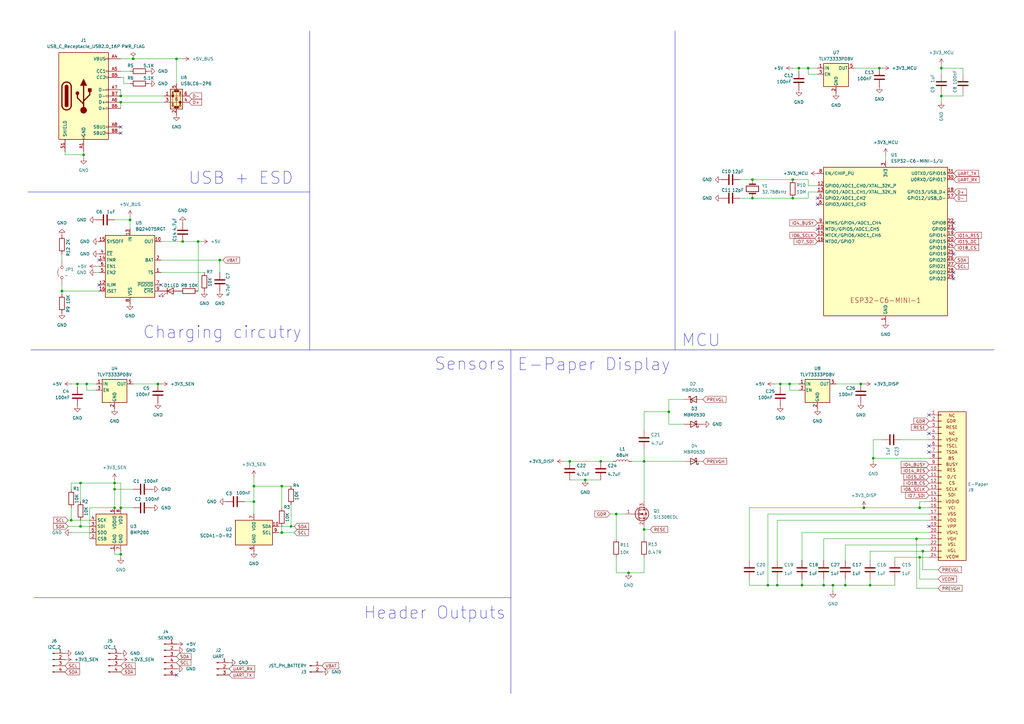
<source format=kicad_sch>
(kicad_sch (version 20231120) (generator "eeschema") (generator_version "8.0")
  (paper "A3")
  (title_block (title "Air Quality Station") (rev "v1.0"))
  (junction (at 46.99 208.28))
  (junction (at 25.4 119.38))
  (junction (at 354.33 208.28))
  (junction (at 331.47 27.94))
  (junction (at 246.38 189.23))
  (junction (at 375.92 220.98))
  (junction (at 72.39 24.13))
  (junction (at 49.53 208.28))
  (junction (at 233.68 189.23))
  (junction (at 377.19 208.28))
  (junction (at 386.08 39.37))
  (junction (at 33.02 198.12))
  (junction (at 325.12 73.66))
  (junction (at 328.93 240.03))
  (junction (at 353.06 157.48))
  (junction (at 31.75 157.48))
  (junction (at 104.14 205.74))
  (junction (at 46.99 198.12))
  (junction (at 252.73 210.82))
  (junction (at 274.32 168.91))
  (junction (at 314.96 240.03))
  (junction (at 323.85 157.48))
  (junction (at 320.04 157.48))
  (junction (at 46.99 200.66))
  (junction (at 264.16 217.17))
  (junction (at 81.28 99.06))
  (junction (at 264.16 189.23))
  (junction (at 346.71 240.03))
  (junction (at 49.53 39.37))
  (junction (at 119.38 215.9))
  (junction (at 325.12 81.28))
  (junction (at 308.61 73.66))
  (junction (at 356.87 240.03))
  (junction (at 386.08 27.94))
  (junction (at 90.17 106.68))
  (junction (at 34.29 63.5))
  (junction (at 74.93 99.06))
  (junction (at 53.34 90.17))
  (junction (at 378.46 226.06))
  (junction (at 115.57 199.39))
  (junction (at 115.57 218.44))
  (junction (at 308.61 81.28))
  (junction (at 337.82 240.03))
  (junction (at 240.03 196.85))
  (junction (at 35.56 157.48))
  (junction (at 29.21 213.36))
  (junction (at 49.53 227.33))
  (junction (at 104.14 199.39))
  (junction (at 327.66 27.94))
  (junction (at 49.53 41.91))
  (junction (at 318.77 240.03))
  (junction (at 341.63 240.03))
  (junction (at 33.02 215.9))
  (junction (at 377.19 228.6))
  (junction (at 257.81 234.95))
  (junction (at 54.61 24.13))
  (junction (at 64.77 157.48))
  (junction (at 358.14 187.96))
  (junction (at 360.68 27.94))
  (no_connect (at 391.16 104.14))
  (no_connect (at 66.04 116.84))
  (no_connect (at 391.16 93.98))
  (no_connect (at 381 177.8))
  (no_connect (at 381 182.88))
  (no_connect (at 72.39 276.86))
  (no_connect (at 49.53 52.07))
  (no_connect (at 40.64 116.84))
  (no_connect (at 381 185.42))
  (no_connect (at 335.28 81.28))
  (no_connect (at 391.16 114.3))
  (no_connect (at 335.28 93.98))
  (no_connect (at 391.16 111.76))
  (no_connect (at 40.64 106.68))
  (no_connect (at 335.28 83.82))
  (no_connect (at 391.16 91.44))
  (no_connect (at 381 215.9))
  (no_connect (at 381 170.18))
  (no_connect (at 49.53 54.61))
  (wire (pts (xy 74.93 99.06) (xy 81.28 99.06)))
  (polyline (pts (xy 276.86 12.7) (xy 276.86 143.51)))
  (wire (pts (xy 26.67 62.23) (xy 26.67 63.5)))
  (wire (pts (xy 49.53 198.12) (xy 49.53 208.28)))
  (wire (pts (xy 233.68 196.85) (xy 240.03 196.85)))
  (wire (pts (xy 119.38 207.01) (xy 119.38 215.9)))
  (wire (pts (xy 350.52 27.94) (xy 360.68 27.94)))
  (wire (pts (xy 335.28 30.48) (xy 331.47 30.48)))
  (wire (pts (xy 46.99 198.12) (xy 49.53 198.12)))
  (wire (pts (xy 231.14 189.23) (xy 233.68 189.23)))
  (polyline (pts (xy 11.43 78.74) (xy 127 78.74)))
  (wire (pts (xy 356.87 226.06) (xy 356.87 229.87)))
  (wire (pts (xy 384.81 241.3) (xy 375.92 241.3)))
  (wire (pts (xy 264.16 168.91) (xy 274.32 168.91)))
  (wire (pts (xy 25.4 119.38) (xy 40.64 119.38)))
  (wire (pts (xy 46.99 200.66) (xy 46.99 208.28)))
  (wire (pts (xy 328.93 237.49) (xy 328.93 240.03)))
  (wire (pts (xy 54.61 24.13) (xy 72.39 24.13)))
  (wire (pts (xy 280.67 189.23) (xy 264.16 189.23)))
  (wire (pts (xy 327.66 160.02) (xy 323.85 160.02)))
  (wire (pts (xy 317.5 157.48) (xy 320.04 157.48)))
  (polyline (pts (xy 127 12.7) (xy 127 78.74)))
  (wire (pts (xy 29.21 198.12) (xy 33.02 198.12)))
  (wire (pts (xy 90.17 106.68) (xy 91.44 106.68)))
  (wire (pts (xy 323.85 160.02) (xy 323.85 157.48)))
  (wire (pts (xy 274.32 163.83) (xy 274.32 168.91)))
  (wire (pts (xy 66.04 99.06) (xy 74.93 99.06)))
  (wire (pts (xy 115.57 199.39) (xy 115.57 208.28)))
  (wire (pts (xy 90.17 111.76) (xy 90.17 106.68)))
  (wire (pts (xy 337.82 220.98) (xy 375.92 220.98)))
  (wire (pts (xy 327.66 29.21) (xy 327.66 27.94)))
  (wire (pts (xy 264.16 217.17) (xy 264.16 220.98)))
  (wire (pts (xy 328.93 218.44) (xy 328.93 229.87)))
  (wire (pts (xy 46.99 90.17) (xy 53.34 90.17)))
  (wire (pts (xy 377.19 228.6) (xy 381 228.6)))
  (wire (pts (xy 381 187.96) (xy 358.14 187.96)))
  (wire (pts (xy 386.08 26.67) (xy 386.08 27.94)))
  (wire (pts (xy 337.82 237.49) (xy 337.82 240.03)))
  (wire (pts (xy 250.19 210.82) (xy 252.73 210.82)))
  (wire (pts (xy 381 205.74) (xy 377.19 205.74)))
  (wire (pts (xy 29.21 208.28) (xy 29.21 213.36)))
  (wire (pts (xy 246.38 189.23) (xy 251.46 189.23)))
  (wire (pts (xy 314.96 240.03) (xy 318.77 240.03)))
  (wire (pts (xy 280.67 163.83) (xy 274.32 163.83)))
  (wire (pts (xy 104.14 199.39) (xy 115.57 199.39)))
  (wire (pts (xy 378.46 226.06) (xy 356.87 226.06)))
  (wire (pts (xy 318.77 240.03) (xy 328.93 240.03)))
  (wire (pts (xy 331.47 73.66) (xy 331.47 76.2)))
  (wire (pts (xy 331.47 27.94) (xy 335.28 27.94)))
  (wire (pts (xy 346.71 223.52) (xy 346.71 229.87)))
  (wire (pts (xy 53.34 88.9) (xy 53.34 90.17)))
  (wire (pts (xy 314.96 210.82) (xy 314.96 240.03)))
  (wire (pts (xy 33.02 198.12) (xy 46.99 198.12)))
  (polyline (pts (xy 12.7 143.51) (xy 209.55 143.51)))
  (wire (pts (xy 307.34 240.03) (xy 314.96 240.03)))
  (wire (pts (xy 53.34 90.17) (xy 53.34 93.98)))
  (wire (pts (xy 381 208.28) (xy 377.19 208.28)))
  (wire (pts (xy 325.12 27.94) (xy 327.66 27.94)))
  (wire (pts (xy 252.73 228.6) (xy 252.73 234.95)))
  (wire (pts (xy 46.99 227.33) (xy 49.53 227.33)))
  (wire (pts (xy 386.08 41.91) (xy 386.08 39.37)))
  (wire (pts (xy 259.08 189.23) (xy 264.16 189.23)))
  (wire (pts (xy 386.08 27.94) (xy 386.08 30.48)))
  (wire (pts (xy 331.47 78.74) (xy 335.28 78.74)))
  (wire (pts (xy 104.14 205.74) (xy 104.14 210.82)))
  (polyline (pts (xy 13.97 245.11) (xy 209.55 245.11)))
  (wire (pts (xy 394.97 39.37) (xy 394.97 38.1)))
  (wire (pts (xy 46.99 226.06) (xy 46.99 227.33)))
  (wire (pts (xy 378.46 233.68) (xy 378.46 226.06)))
  (wire (pts (xy 39.37 111.76) (xy 40.64 111.76)))
  (wire (pts (xy 50.8 34.29) (xy 50.8 31.75)))
  (wire (pts (xy 72.39 24.13) (xy 74.93 24.13)))
  (wire (pts (xy 46.99 198.12) (xy 46.99 200.66)))
  (wire (pts (xy 252.73 210.82) (xy 256.54 210.82)))
  (wire (pts (xy 49.53 24.13) (xy 54.61 24.13)))
  (wire (pts (xy 252.73 210.82) (xy 252.73 220.98)))
  (wire (pts (xy 331.47 76.2) (xy 335.28 76.2)))
  (wire (pts (xy 46.99 196.85) (xy 46.99 198.12)))
  (wire (pts (xy 337.82 229.87) (xy 337.82 220.98)))
  (wire (pts (xy 274.32 173.99) (xy 280.67 173.99)))
  (wire (pts (xy 394.97 39.37) (xy 386.08 39.37)))
  (wire (pts (xy 39.37 109.22) (xy 40.64 109.22)))
  (wire (pts (xy 29.21 218.44) (xy 36.83 218.44)))
  (wire (pts (xy 49.53 208.28) (xy 54.61 208.28)))
  (wire (pts (xy 29.21 213.36) (xy 36.83 213.36)))
  (wire (pts (xy 66.04 111.76) (xy 83.82 111.76)))
  (wire (pts (xy 50.8 31.75) (xy 49.53 31.75)))
  (wire (pts (xy 49.53 227.33) (xy 49.53 226.06)))
  (wire (pts (xy 66.04 157.48) (xy 64.77 157.48)))
  (wire (pts (xy 25.4 104.14) (xy 25.4 106.68)))
  (wire (pts (xy 363.22 66.04) (xy 363.22 63.5)))
  (wire (pts (xy 54.61 157.48) (xy 64.77 157.48)))
  (wire (pts (xy 328.93 240.03) (xy 337.82 240.03)))
  (wire (pts (xy 314.96 210.82) (xy 381 210.82)))
  (wire (pts (xy 369.57 180.34) (xy 381 180.34)))
  (wire (pts (xy 264.16 189.23) (xy 264.16 205.74)))
  (wire (pts (xy 375.92 241.3) (xy 375.92 220.98)))
  (wire (pts (xy 358.14 180.34) (xy 358.14 187.96)))
  (wire (pts (xy 307.34 208.28) (xy 354.33 208.28)))
  (wire (pts (xy 257.81 234.95) (xy 264.16 234.95)))
  (wire (pts (xy 341.63 242.57) (xy 341.63 240.03)))
  (wire (pts (xy 394.97 30.48) (xy 394.97 27.94)))
  (wire (pts (xy 36.83 208.28) (xy 46.99 208.28)))
  (wire (pts (xy 25.4 116.84) (xy 25.4 119.38)))
  (wire (pts (xy 264.16 228.6) (xy 264.16 234.95)))
  (wire (pts (xy 354.33 157.48) (xy 353.06 157.48)))
  (wire (pts (xy 342.9 157.48) (xy 353.06 157.48)))
  (wire (pts (xy 81.28 119.38) (xy 81.28 99.06)))
  (wire (pts (xy 115.57 199.39) (xy 119.38 199.39)))
  (wire (pts (xy 264.16 176.53) (xy 264.16 168.91)))
  (polyline (pts (xy 127 78.74) (xy 127 143.51)))
  (wire (pts (xy 72.39 34.29) (xy 72.39 24.13)))
  (wire (pts (xy 115.57 215.9) (xy 115.57 218.44)))
  (wire (pts (xy 377.19 237.49) (xy 377.19 228.6)))
  (wire (pts (xy 233.68 189.23) (xy 246.38 189.23)))
  (polyline (pts (xy 407.67 143.51) (xy 209.55 143.51)))
  (wire (pts (xy 49.53 41.91) (xy 49.53 44.45)))
  (wire (pts (xy 264.16 189.23) (xy 264.16 184.15)))
  (wire (pts (xy 39.37 160.02) (xy 35.56 160.02)))
  (wire (pts (xy 323.85 157.48) (xy 327.66 157.48)))
  (wire (pts (xy 49.53 29.21) (xy 53.34 29.21)))
  (wire (pts (xy 318.77 213.36) (xy 381 213.36)))
  (wire (pts (xy 104.14 199.39) (xy 104.14 205.74)))
  (wire (pts (xy 29.21 157.48) (xy 31.75 157.48)))
  (wire (pts (xy 34.29 62.23) (xy 34.29 63.5)))
  (wire (pts (xy 381 223.52) (xy 346.71 223.52)))
  (polyline (pts (xy 209.55 143.51) (xy 209.55 284.48)))
  (wire (pts (xy 331.47 30.48) (xy 331.47 27.94)))
  (wire (pts (xy 54.61 200.66) (xy 46.99 200.66)))
  (wire (pts (xy 120.65 218.44) (xy 115.57 218.44)))
  (wire (pts (xy 114.3 215.9) (xy 119.38 215.9)))
  (wire (pts (xy 356.87 240.03) (xy 346.71 240.03)))
  (wire (pts (xy 318.77 213.36) (xy 318.77 229.87)))
  (wire (pts (xy 264.16 217.17) (xy 266.7 217.17)))
  (wire (pts (xy 27.94 215.9) (xy 33.02 215.9)))
  (wire (pts (xy 394.97 27.94) (xy 386.08 27.94)))
  (wire (pts (xy 264.16 215.9) (xy 264.16 217.17)))
  (wire (pts (xy 49.53 36.83) (xy 49.53 39.37)))
  (wire (pts (xy 375.92 220.98) (xy 381 220.98)))
  (wire (pts (xy 240.03 196.85) (xy 246.38 196.85)))
  (wire (pts (xy 120.65 215.9) (xy 119.38 215.9)))
  (wire (pts (xy 384.81 233.68) (xy 378.46 233.68)))
  (wire (pts (xy 27.94 213.36) (xy 29.21 213.36)))
  (wire (pts (xy 303.53 73.66) (xy 308.61 73.66)))
  (wire (pts (xy 367.03 228.6) (xy 377.19 228.6)))
  (wire (pts (xy 36.83 208.28) (xy 36.83 220.98)))
  (wire (pts (xy 386.08 38.1) (xy 386.08 39.37)))
  (wire (pts (xy 367.03 237.49) (xy 367.03 240.03)))
  (wire (pts (xy 327.66 27.94) (xy 331.47 27.94)))
  (wire (pts (xy 328.93 218.44) (xy 381 218.44)))
  (wire (pts (xy 358.14 187.96) (xy 358.14 189.23)))
  (wire (pts (xy 356.87 237.49) (xy 356.87 240.03)))
  (wire (pts (xy 361.95 180.34) (xy 358.14 180.34)))
  (wire (pts (xy 318.77 237.49) (xy 318.77 240.03)))
  (wire (pts (xy 25.4 119.38) (xy 25.4 120.65)))
  (wire (pts (xy 33.02 205.74) (xy 33.02 198.12)))
  (wire (pts (xy 367.03 228.6) (xy 367.03 229.87)))
  (wire (pts (xy 361.95 27.94) (xy 360.68 27.94)))
  (wire (pts (xy 53.34 34.29) (xy 50.8 34.29)))
  (wire (pts (xy 346.71 240.03) (xy 341.63 240.03)))
  (wire (pts (xy 303.53 81.28) (xy 308.61 81.28)))
  (wire (pts (xy 49.53 227.33) (xy 49.53 228.6)))
  (wire (pts (xy 377.19 205.74) (xy 377.19 208.28)))
  (wire (pts (xy 367.03 240.03) (xy 356.87 240.03)))
  (wire (pts (xy 33.02 215.9) (xy 36.83 215.9)))
  (wire (pts (xy 35.56 157.48) (xy 39.37 157.48)))
  (wire (pts (xy 337.82 240.03) (xy 341.63 240.03)))
  (wire (pts (xy 331.47 78.74) (xy 331.47 81.28)))
  (wire (pts (xy 307.34 208.28) (xy 307.34 229.87)))
  (wire (pts (xy 308.61 81.28) (xy 325.12 81.28)))
  (wire (pts (xy 35.56 160.02) (xy 35.56 157.48)))
  (wire (pts (xy 49.53 39.37) (xy 67.31 39.37)))
  (wire (pts (xy 307.34 237.49) (xy 307.34 240.03)))
  (wire (pts (xy 274.32 168.91) (xy 274.32 173.99)))
  (wire (pts (xy 49.53 41.91) (xy 67.31 41.91)))
  (wire (pts (xy 29.21 200.66) (xy 29.21 198.12)))
  (wire (pts (xy 320.04 158.75) (xy 320.04 157.48)))
  (wire (pts (xy 31.75 158.75) (xy 31.75 157.48)))
  (wire (pts (xy 104.14 195.58) (xy 104.14 199.39)))
  (wire (pts (xy 100.33 205.74) (xy 104.14 205.74)))
  (wire (pts (xy 308.61 73.66) (xy 325.12 73.66)))
  (wire (pts (xy 115.57 218.44) (xy 114.3 218.44)))
  (wire (pts (xy 26.67 63.5) (xy 34.29 63.5)))
  (wire (pts (xy 33.02 213.36) (xy 33.02 215.9)))
  (wire (pts (xy 331.47 81.28) (xy 325.12 81.28)))
  (wire (pts (xy 320.04 157.48) (xy 323.85 157.48)))
  (wire (pts (xy 377.19 208.28) (xy 354.33 208.28)))
  (wire (pts (xy 34.29 63.5) (xy 34.29 64.77)))
  (wire (pts (xy 325.12 73.66) (xy 331.47 73.66)))
  (wire (pts (xy 81.28 99.06) (xy 82.55 99.06)))
  (wire (pts (xy 384.81 237.49) (xy 377.19 237.49)))
  (wire (pts (xy 252.73 234.95) (xy 257.81 234.95)))
  (wire (pts (xy 346.71 237.49) (xy 346.71 240.03)))
  (wire (pts (xy 31.75 157.48) (xy 35.56 157.48)))
  (wire (pts (xy 378.46 226.06) (xy 381 226.06)))
  (wire (pts (xy 66.04 106.68) (xy 90.17 106.68)))
  (text "Header Outputs" (at 178.308 251.46 0) (effects (font (size 5 5))))
  (text "Charging circutry" (at 91.186 136.398 0) (effects (font (size 5 5))))
  (text "USB + ESD" (at 98.806 73.152 0) (effects (font (size 5 5))))
  (text "E-Paper Display" (at 243.586 149.606 0) (effects (font (size 5 5))))
  (text "Sensors" (at 192.786 149.352 0) (effects (font (size 5 5))))
  (text "MCU" (at 287.528 139.7 0) (effects (font (size 5 5))))
  (global_label "PREVGH" (shape input) (at 288.29 189.23 0) (property "Intersheetrefs" "${INTERSHEET_REFS}" (effects (hide yes))))
  (global_label "D+" (shape input) (at 391.16 78.74 0) (property "Intersheetrefs" "${INTERSHEET_REFS}" (effects (hide yes))))
  (global_label "VBAT" (shape input) (at 132.08 273.05 0) (property "Intersheetrefs" "${INTERSHEET_REFS}" (effects (hide yes))))
  (global_label "IO6_SCLK" (shape input) (at 335.28 96.52 180) (property "Intersheetrefs" "${INTERSHEET_REFS}" (effects (hide yes))))
  (global_label "SCL" (shape input) (at 27.94 213.36 180) (property "Intersheetrefs" "${INTERSHEET_REFS}" (effects (hide yes))))
  (global_label "UART_RX" (shape input) (at 391.16 73.66 0) (property "Intersheetrefs" "${INTERSHEET_REFS}" (effects (hide yes))))
  (global_label "IO6_SCLK" (shape input) (at 381 200.66 180) (property "Intersheetrefs" "${INTERSHEET_REFS}" (effects (hide yes))))
  (global_label "VBAT" (shape input) (at 91.44 106.68 0) (property "Intersheetrefs" "${INTERSHEET_REFS}" (effects (hide yes))))
  (global_label "IO4_BUSY" (shape input) (at 335.28 91.44 180) (property "Intersheetrefs" "${INTERSHEET_REFS}" (effects (hide yes))))
  (global_label "D-" (shape input) (at 391.16 81.28 0) (property "Intersheetrefs" "${INTERSHEET_REFS}" (effects (hide yes))))
  (global_label "SDA" (shape input) (at 49.53 275.59 0) (property "Intersheetrefs" "${INTERSHEET_REFS}" (effects (hide yes))))
  (global_label "GDR" (shape input) (at 250.19 210.82 180) (property "Intersheetrefs" "${INTERSHEET_REFS}" (effects (hide yes))))
  (global_label "IO14_RES" (shape input) (at 391.16 96.52 0) (property "Intersheetrefs" "${INTERSHEET_REFS}" (effects (hide yes))))
  (global_label "SCL" (shape input) (at 120.65 218.44 0) (property "Intersheetrefs" "${INTERSHEET_REFS}" (effects (hide yes))))
  (global_label "IO7_SDI" (shape input) (at 381 203.2 180) (property "Intersheetrefs" "${INTERSHEET_REFS}" (effects (hide yes))))
  (global_label "RESE" (shape input) (at 266.7 217.17 0) (property "Intersheetrefs" "${INTERSHEET_REFS}" (effects (hide yes))))
  (global_label "SDA" (shape input) (at 391.16 106.68 0) (property "Intersheetrefs" "${INTERSHEET_REFS}" (effects (hide yes))))
  (global_label "D-" (shape input) (at 77.47 39.37 0) (property "Intersheetrefs" "${INTERSHEET_REFS}" (effects (hide yes))))
  (global_label "RESE" (shape input) (at 381 175.26 180) (property "Intersheetrefs" "${INTERSHEET_REFS}" (effects (hide yes))))
  (global_label "SDA" (shape input) (at 27.94 215.9 180) (property "Intersheetrefs" "${INTERSHEET_REFS}" (effects (hide yes))))
  (global_label "SCL" (shape input) (at 72.39 271.78 0) (property "Intersheetrefs" "${INTERSHEET_REFS}" (effects (hide yes))))
  (global_label "PREVGH" (shape input) (at 384.81 241.3 0) (property "Intersheetrefs" "${INTERSHEET_REFS}" (effects (hide yes))))
  (global_label "SDA" (shape input) (at 120.65 215.9 0) (property "Intersheetrefs" "${INTERSHEET_REFS}" (effects (hide yes))))
  (global_label "VCOM" (shape input) (at 384.81 237.49 0) (property "Intersheetrefs" "${INTERSHEET_REFS}" (effects (hide yes))))
  (global_label "SDA" (shape input) (at 72.39 269.24 0) (property "Intersheetrefs" "${INTERSHEET_REFS}" (effects (hide yes))))
  (global_label "UART_TX" (shape input) (at 391.16 71.12 0) (property "Intersheetrefs" "${INTERSHEET_REFS}" (effects (hide yes))))
  (global_label "UART_TX" (shape input) (at 93.98 276.86 0) (property "Intersheetrefs" "${INTERSHEET_REFS}" (effects (hide yes))))
  (global_label "SCL" (shape input) (at 49.53 273.05 0) (property "Intersheetrefs" "${INTERSHEET_REFS}" (effects (hide yes))))
  (global_label "IO4_BUSY" (shape input) (at 381 190.5 180) (property "Intersheetrefs" "${INTERSHEET_REFS}" (effects (hide yes))))
  (global_label "IO15_DC" (shape input) (at 391.16 99.06 0) (property "Intersheetrefs" "${INTERSHEET_REFS}" (effects (hide yes))))
  (global_label "IO15_DC" (shape input) (at 381 195.58 180) (property "Intersheetrefs" "${INTERSHEET_REFS}" (effects (hide yes))))
  (global_label "D+" (shape input) (at 77.47 41.91 0) (property "Intersheetrefs" "${INTERSHEET_REFS}" (effects (hide yes))))
  (global_label "IO18_CS" (shape input) (at 391.16 101.6 0) (property "Intersheetrefs" "${INTERSHEET_REFS}" (effects (hide yes))))
  (global_label "PREVGL" (shape input) (at 288.29 163.83 0) (property "Intersheetrefs" "${INTERSHEET_REFS}" (effects (hide yes))))
  (global_label "GDR" (shape input) (at 381 172.72 180) (property "Intersheetrefs" "${INTERSHEET_REFS}" (effects (hide yes))))
  (global_label "IO7_SDI" (shape input) (at 335.28 99.06 180) (property "Intersheetrefs" "${INTERSHEET_REFS}" (effects (hide yes))))
  (global_label "SDA" (shape input) (at 26.67 275.59 0) (property "Intersheetrefs" "${INTERSHEET_REFS}" (effects (hide yes))))
  (global_label "UART_RX" (shape input) (at 93.98 274.32 0) (property "Intersheetrefs" "${INTERSHEET_REFS}" (effects (hide yes))))
  (global_label "SCL" (shape input) (at 26.67 273.05 0) (property "Intersheetrefs" "${INTERSHEET_REFS}" (effects (hide yes))))
  (global_label "IO14_RES" (shape input) (at 381 193.04 180) (property "Intersheetrefs" "${INTERSHEET_REFS}" (effects (hide yes))))
  (global_label "SCL" (shape input) (at 391.16 109.22 0) (property "Intersheetrefs" "${INTERSHEET_REFS}" (effects (hide yes))))
  (global_label "IO18_CS" (shape input) (at 381 198.12 180) (property "Intersheetrefs" "${INTERSHEET_REFS}" (effects (hide yes))))
  (global_label "PREVGL" (shape input) (at 384.81 233.68 0) (property "Intersheetrefs" "${INTERSHEET_REFS}" (effects (hide yes))))
  (symbol (lib_id "Device:Crystal") (at 308.61 77.47 90) (unit 1)
    (property "Reference" "Y1" (at 312.42 76.1999 90) (effects (justify right)))
    (property "Value" "32.768kHz" (at 312.42 78.7399 90) (effects (justify right)))
    (property "Footprint" "Crystal:Crystal_SMD_3215-2Pin_3.2x1.5mm" (effects (hide yes)))
    (property "Description" "Two pin crystal" (effects (hide yes)))
  )
  (symbol (lib_id "Sensor_Pressure:BMP280") (at 46.99 218.44 0) (unit 1)
    (property "Reference" "U3" (at 53.34 215.8999 0) (effects (justify left)))
    (property "Value" "BMP280" (at 53.34 218.4399 0) (effects (justify left)))
    (property "Footprint" "Package_LGA:Bosch_LGA-8_2x2.5mm_P0.65mm_ClockwisePinNumbering" (effects (hide yes)))
    (property "Datasheet" "https://ae-bst.resource.bosch.com/media/_tech/media/datasheets/BST-BMP280-DS001.pdf" (effects (hide yes)))
    (property "Description" "Absolute Barometric Pressure Sensor, LGA-8" (effects (hide yes)))
  )
  (symbol (lib_id "Device:R") (at 252.73 224.79 0) (unit 1)
    (property "Reference" "R11" (at 254.254 223.52 0) (effects (justify left)))
    (property "Value" "10K" (at 254.254 226.568 0) (effects (justify left)))
    (property "Footprint" "Resistor_SMD:R_0805_2012Metric" (effects (hide yes)))
    (property "Description" "Resistor" (effects (hide yes)))
  )
  (symbol (lib_id "Device:C") (at 367.03 233.68 0) (unit 1)
    (property "Reference" "C15" (at 369.824 231.648 0) (effects (justify left)))
    (property "Value" "1uF" (at 369.824 235.204 0) (effects (justify left)))
    (property "Footprint" "Capacitor_SMD:C_0805_2012Metric" (effects (hide yes)))
    (property "Description" "Unpolarized capacitor" (effects (hide yes)))
  )
  (symbol (lib_id "Device:C") (at 318.77 233.68 0) (unit 1)
    (property "Reference" "C19" (at 321.564 231.648 0) (effects (justify left)))
    (property "Value" "1uF" (at 321.564 235.204 0) (effects (justify left)))
    (property "Footprint" "Capacitor_SMD:C_0805_2012Metric" (effects (hide yes)))
    (property "Description" "Unpolarized capacitor" (effects (hide yes)))
  )
  (symbol (lib_id "Transistor_FET:Si1308EDL") (at 261.62 210.82 0) (unit 1)
    (property "Reference" "Q1" (at 267.97 209.5499 0) (effects (justify left)))
    (property "Value" "Si1308EDL" (at 267.97 212.0899 0) (effects (justify left)))
    (property "Footprint" "Package_TO_SOT_SMD:SOT-323_SC-70" (effects (hide yes)))
    (property "Datasheet" "https://www.vishay.com/docs/63399/si1308edl.pdf" (effects (hide yes)))
    (property "Description" "30V Vds, 1.4A Id, N-Channel MOSFET, SC-70" (effects (hide yes)))
  )
  (symbol (lib_id "Device:R") (at 77.47 119.38 90) (unit 1)
    (property "Reference" "R8" (at 74.168 117.094 90) (effects (justify right)))
    (property "Value" "10K" (at 81.28 117.094 90) (effects (justify left)))
    (property "Footprint" "Resistor_SMD:R_0805_2012Metric" (effects (hide yes)))
    (property "Description" "Resistor" (effects (hide yes)))
  )
  (symbol (lib_id "Device:C") (at 327.66 33.02 0) (unit 1)
    (property "Reference" "C12" (at 321.564 30.988 0) (effects (justify left)))
    (property "Value" "100nF" (at 318.516 33.528 0) (effects (justify left)))
    (property "Footprint" "Capacitor_SMD:C_0805_2012Metric" (effects (hide yes)))
    (property "Description" "Unpolarized capacitor" (effects (hide yes)))
  )
  (symbol (lib_id "Device:C") (at 394.97 34.29 0) (unit 1)
    (property "Reference" "C8" (at 391.668 38.1 90) (effects (justify left)))
    (property "Value" "100nF" (at 391.668 34.798 90) (effects (justify left)))
    (property "Footprint" "Capacitor_SMD:C_0805_2012Metric" (effects (hide yes)))
    (property "Description" "Unpolarized capacitor" (effects (hide yes)))
  )
  (symbol (lib_id "power:GND") (at 64.77 165.1 0) (unit 1)
    (property "Reference" "#PWR010" (effects (hide yes)))
    (property "Value" "GND" (at 64.77 170.18 0))
    (property "Description" "Power symbol creates a global label with name \"GND\" , ground" (effects (hide yes)))
  )
  (symbol (lib_id "power:+5V") (at 82.55 99.06 270) (unit 1)
    (property "Reference" "#PWR060" (effects (hide yes)))
    (property "Value" "+5V" (at 86.36 99.0599 90) (effects (justify left)))
    (property "Description" "Power symbol creates a global label with name \"+5V\"" (effects (hide yes)))
  )
  (symbol (lib_id "Device:C") (at 96.52 205.74 270) (unit 1)
    (property "Reference" "C3" (at 95.25 202.438 90) (effects (justify right)))
    (property "Value" "100nF" (at 102.87 202.184 90) (effects (justify right)))
    (property "Footprint" "Capacitor_SMD:C_0805_2012Metric" (effects (hide yes)))
    (property "Description" "Unpolarized capacitor" (effects (hide yes)))
  )
  (symbol (lib_id "Device:R") (at 83.82 115.57 0) (unit 1)
    (property "Reference" "R7" (at 84.582 111.506 0) (effects (justify left)))
    (property "Value" "10K" (at 86.106 117.602 90) (effects (justify left)))
    (property "Footprint" "Resistor_SMD:R_0805_2012Metric" (effects (hide yes)))
    (property "Description" "Resistor" (effects (hide yes)))
  )
  (symbol (lib_id "power:GND") (at 25.4 128.27 0) (unit 1)
    (property "Reference" "#PWR018" (effects (hide yes)))
    (property "Value" "GND" (at 25.4 133.35 0))
    (property "Description" "Power symbol creates a global label with name \"GND\" , ground" (effects (hide yes)))
  )
  (symbol (lib_id "power:GND") (at 288.29 173.99 90) (unit 1)
    (property "Reference" "#PWR038" (effects (hide yes)))
    (property "Value" "GND" (at 292.1 173.9899 90) (effects (justify right)))
    (property "Description" "Power symbol creates a global label with name \"GND\" , ground" (effects (hide yes)))
  )
  (symbol (lib_id "power:GND") (at 60.96 29.21 90) (unit 1)
    (property "Reference" "#PWR015" (effects (hide yes)))
    (property "Value" "GND" (at 64.77 29.2099 90) (effects (justify right)))
    (property "Description" "Power symbol creates a global label with name \"GND\" , ground" (effects (hide yes)))
  )
  (symbol (lib_id "power:GND") (at 62.23 200.66 90) (unit 1)
    (property "Reference" "#PWR012" (effects (hide yes)))
    (property "Value" "GND" (at 66.04 200.6599 90) (effects (justify right)))
    (property "Description" "Power symbol creates a global label with name \"GND\" , ground" (effects (hide yes)))
  )
  (symbol (lib_id "Jumper:Jumper_2_Open") (at 25.4 111.76 90) (unit 1) (exclude_from_sim yes)
    (property "Reference" "JP1" (at 26.67 110.4899 90) (effects (justify right)))
    (property "Value" "~" (at 26.67 113.0299 90) (effects (justify right)))
    (property "Footprint" "Resistor_SMD:R_0805_2012Metric" (effects (hide yes)))
    (property "Description" "Jumper, 2-pole, open" (effects (hide yes)))
  )
  (symbol (lib_id "power:PWR_FLAG") (at 54.61 24.13 0) (unit 1)
    (property "Reference" "#FLG01" (effects (hide yes)))
    (property "Value" "PWR_FLAG" (at 54.61 19.05 0))
    (property "Description" "Special symbol for telling ERC where power comes from" (effects (hide yes)))
  )
  (symbol (lib_id "power:GND") (at 341.63 242.57 0) (unit 1)
    (property "Reference" "#PWR039" (effects (hide yes)))
    (property "Value" "GND" (at 341.63 247.65 0))
    (property "Description" "Power symbol creates a global label with name \"GND\" , ground" (effects (hide yes)))
  )
  (symbol (lib_id "power:GND") (at 60.96 34.29 90) (unit 1)
    (property "Reference" "#PWR016" (effects (hide yes)))
    (property "Value" "GND" (at 64.77 34.2899 90) (effects (justify right)))
    (property "Description" "Power symbol creates a global label with name \"GND\" , ground" (effects (hide yes)))
  )
  (symbol (lib_id "Regulator_Linear:TLV73333PDBV") (at 335.28 160.02 0) (unit 1)
    (property "Reference" "U8" (at 335.28 151.13 0))
    (property "Value" "TLV73333PDBV" (at 335.28 153.67 0))
    (property "Footprint" "Package_TO_SOT_SMD:SOT-23-5" (effects (hide yes)))
    (property "Datasheet" "http://www.ti.com/lit/ds/symlink/tlv733p.pdf" (effects (hide yes)))
    (property "Description" "300mA Capacitor-Free Low Dropout Voltage Regulator, Fixed Output 3.3V, SOT-23-5" (effects (hide yes)))
  )
  (symbol (lib_id "power:GND") (at 26.67 267.97 90) (unit 1)
    (property "Reference" "#PWR031" (effects (hide yes)))
    (property "Value" "GND" (at 30.48 267.9699 90) (effects (justify right)))
    (property "Description" "Power symbol creates a global label with name \"GND\" , ground" (effects (hide yes)))
  )
  (symbol (lib_id "Device:R") (at 25.4 100.33 0) (unit 1)
    (property "Reference" "R12" (at 27.94 105.156 90) (effects (justify left)))
    (property "Value" "2K" (at 27.94 100.584 90) (effects (justify left)))
    (property "Footprint" "Resistor_SMD:R_0805_2012Metric" (effects (hide yes)))
    (property "Description" "Resistor" (effects (hide yes)))
  )
  (symbol (lib_id "power:+3V3") (at 354.33 208.28 0) (unit 1)
    (property "Reference" "#PWR051" (effects (hide yes)))
    (property "Value" "+3V3_DISP" (at 354.33 203.2 0))
    (property "Description" "Power symbol creates a global label with name \"+3V3\"" (effects (hide yes)))
  )
  (symbol (lib_id "Regulator_Linear:TLV73333PDBV") (at 46.99 160.02 0) (unit 1)
    (property "Reference" "U4" (at 46.99 151.13 0))
    (property "Value" "TLV73333PDBV" (at 46.99 153.67 0))
    (property "Footprint" "Package_TO_SOT_SMD:SOT-23-5" (effects (hide yes)))
    (property "Datasheet" "http://www.ti.com/lit/ds/symlink/tlv733p.pdf" (effects (hide yes)))
    (property "Description" "300mA Capacitor-Free Low Dropout Voltage Regulator, Fixed Output 3.3V, SOT-23-5" (effects (hide yes)))
  )
  (symbol (lib_id "Device:C") (at 233.68 193.04 0) (unit 1)
    (property "Reference" "C22" (at 236.474 191.008 0) (effects (justify left)))
    (property "Value" "4.7uF" (at 236.474 194.564 0) (effects (justify left)))
    (property "Footprint" "Capacitor_SMD:C_0805_2012Metric" (effects (hide yes)))
    (property "Description" "Unpolarized capacitor" (effects (hide yes)))
  )
  (symbol (lib_id "power:+3V3") (at 335.28 71.12 90) (unit 1)
    (property "Reference" "#PWR035" (effects (hide yes)))
    (property "Value" "+3V3_MCU" (at 331.47 71.1199 90) (effects (justify left)))
    (property "Description" "Power symbol creates a global label with name \"+3V3\"" (effects (hide yes)))
  )
  (symbol (lib_id "power:GND") (at 29.21 218.44 270) (unit 1)
    (property "Reference" "#PWR05" (effects (hide yes)))
    (property "Value" "GND" (at 25.4 218.4399 90) (effects (justify right)))
    (property "Description" "Power symbol creates a global label with name \"GND\" , ground" (effects (hide yes)))
  )
  (symbol (lib_id "Device:R") (at 115.57 212.09 0) (unit 1)
    (property "Reference" "R3" (at 116.332 208.026 0) (effects (justify left)))
    (property "Value" "10K" (at 117.856 214.122 90) (effects (justify left)))
    (property "Footprint" "Resistor_SMD:R_0805_2012Metric" (effects (hide yes)))
    (property "Description" "Resistor" (effects (hide yes)))
  )
  (symbol (lib_id "power:+3V3") (at 363.22 63.5 0) (unit 1)
    (property "Reference" "#PWR046" (effects (hide yes)))
    (property "Value" "+3V3_MCU" (at 363.22 58.42 0))
    (property "Description" "Power symbol creates a global label with name \"+3V3\"" (effects (hide yes)))
  )
  (symbol (lib_id "Device:R") (at 33.02 209.55 0) (unit 1)
    (property "Reference" "R2" (at 33.528 205.74 0) (effects (justify left)))
    (property "Value" "10K" (at 35.306 211.582 90) (effects (justify left)))
    (property "Footprint" "Resistor_SMD:R_0805_2012Metric" (effects (hide yes)))
    (property "Description" "Resistor" (effects (hide yes)))
  )
  (symbol (lib_id "power:GND") (at 90.17 119.38 0) (unit 1)
    (property "Reference" "#PWR020" (effects (hide yes)))
    (property "Value" "GND" (at 90.17 124.46 0))
    (property "Description" "Power symbol creates a global label with name \"GND\" , ground" (effects (hide yes)))
  )
  (symbol (lib_id "power:GND") (at 104.14 226.06 0) (unit 1)
    (property "Reference" "#PWR02" (effects (hide yes)))
    (property "Value" "GND" (at 104.14 231.14 0))
    (property "Description" "Power symbol creates a global label with name \"GND\" , ground" (effects (hide yes)))
  )
  (symbol (lib_id "power:GND") (at 39.37 111.76 270) (unit 1)
    (property "Reference" "#PWR01" (effects (hide yes)))
    (property "Value" "GND" (at 35.56 111.7599 90) (effects (justify right)))
    (property "Description" "Power symbol creates a global label with name \"GND\" , ground" (effects (hide yes)))
  )
  (symbol (lib_id "Device:R") (at 264.16 224.79 0) (unit 1)
    (property "Reference" "R13" (at 265.684 223.266 0) (effects (justify left)))
    (property "Value" "0.47R" (at 265.684 226.568 0) (effects (justify left)))
    (property "Footprint" "Resistor_SMD:R_0805_2012Metric" (effects (hide yes)))
    (property "Description" "Resistor" (effects (hide yes)))
  )
  (symbol (lib_id "Diode:MBR0530") (at 284.48 163.83 0) (unit 1)
    (property "Reference" "D2" (at 284.1625 157.48 0))
    (property "Value" "MBR0530" (at 284.1625 160.02 0))
    (property "Footprint" "Diode_SMD:D_SOD-123" (effects (hide yes)))
    (property "Datasheet" "http://www.mccsemi.com/up_pdf/MBR0520~MBR0580(SOD123).pdf" (effects (hide yes)))
    (property "Description" "30V 0.5A Schottky Power Rectifier Diode, SOD-123" (effects (hide yes)))
  )
  (symbol (lib_id "Diode:MBR0530") (at 284.48 173.99 180) (unit 1)
    (property "Reference" "D3" (at 284.7975 167.64 0))
    (property "Value" "MBR0530" (at 284.7975 170.18 0))
    (property "Footprint" "Diode_SMD:D_SOD-123" (effects (hide yes)))
    (property "Datasheet" "http://www.mccsemi.com/up_pdf/MBR0520~MBR0580(SOD123).pdf" (effects (hide yes)))
    (property "Description" "30V 0.5A Schottky Power Rectifier Diode, SOD-123" (effects (hide yes)))
  )
  (symbol (lib_id "power:GND") (at 327.66 36.83 0) (unit 1)
    (property "Reference" "#PWR032" (effects (hide yes)))
    (property "Value" "GND" (at 327.66 41.91 0))
    (property "Description" "Power symbol creates a global label with name \"GND\" , ground" (effects (hide yes)))
  )
  (symbol (lib_id "power:+3V3") (at 66.04 157.48 270) (unit 1)
    (property "Reference" "#PWR053" (effects (hide yes)))
    (property "Value" "+3V3_SEN" (at 69.85 157.4799 90) (effects (justify left)))
    (property "Description" "Power symbol creates a global label with name \"+3V3\"" (effects (hide yes)))
  )
  (symbol (lib_id "Diode:MBR0530") (at 284.48 189.23 180) (unit 1)
    (property "Reference" "D4" (at 284.7975 182.88 0))
    (property "Value" "MBR0530" (at 284.7975 185.42 0))
    (property "Footprint" "Diode_SMD:D_SOD-123" (effects (hide yes)))
    (property "Datasheet" "http://www.mccsemi.com/up_pdf/MBR0520~MBR0580(SOD123).pdf" (effects (hide yes)))
    (property "Description" "30V 0.5A Schottky Power Rectifier Diode, SOD-123" (effects (hide yes)))
  )
  (symbol (lib_id "power:+3V3") (at 26.67 270.51 270) (unit 1)
    (property "Reference" "#PWR056" (effects (hide yes)))
    (property "Value" "+3V3_SEN" (at 30.48 270.5099 90) (effects (justify left)))
    (property "Description" "Power symbol creates a global label with name \"+3V3\"" (effects (hide yes)))
  )
  (symbol (lib_id "power:GND") (at 358.14 189.23 0) (unit 1)
    (property "Reference" "#PWR041" (effects (hide yes)))
    (property "Value" "GND" (at 358.14 194.31 0))
    (property "Description" "Power symbol creates a global label with name \"GND\" , ground" (effects (hide yes)))
  )
  (symbol (lib_id "Device:R") (at 119.38 203.2 0) (unit 1)
    (property "Reference" "R4" (at 120.142 199.136 0) (effects (justify left)))
    (property "Value" "10K" (at 121.666 205.232 90) (effects (justify left)))
    (property "Footprint" "Resistor_SMD:R_0805_2012Metric" (effects (hide yes)))
    (property "Description" "Resistor" (effects (hide yes)))
  )
  (symbol (lib_id "Power_Protection:USBLC6-2P6") (at 72.39 39.37 0) (unit 1)
    (property "Reference" "U6" (at 74.0411 31.75 0) (effects (justify left)))
    (property "Value" "USBLC6-2P6" (at 74.0411 34.29 0) (effects (justify left)))
    (property "Footprint" "Package_TO_SOT_SMD:SOT-666" (effects (hide yes)))
    (property "Datasheet" "https://www.st.com/resource/en/datasheet/usblc6-2.pdf" (effects (hide yes)))
    (property "Description" "Very low capacitance ESD protection diode, 2 data-line, SOT-666" (effects (hide yes)))
  )
  (symbol (lib_id "Device:L") (at 255.27 189.23 90) (unit 1)
    (property "Reference" "L1" (at 255.27 184.15 90))
    (property "Value" "68uH" (at 255.27 186.69 90))
    (property "Footprint" "Inductor_SMD:L_0805_2012Metric" (effects (hide yes)))
    (property "Description" "Inductor" (effects (hide yes)))
  )
  (symbol (lib_id "power:GND") (at 49.53 228.6 0) (unit 1)
    (property "Reference" "#PWR04" (effects (hide yes)))
    (property "Value" "GND" (at 49.53 233.68 0))
    (property "Description" "Power symbol creates a global label with name \"GND\" , ground" (effects (hide yes)))
  )
  (symbol (lib_id "Device:C") (at 64.77 161.29 0) (unit 1)
    (property "Reference" "C5" (at 58.674 159.258 0) (effects (justify left)))
    (property "Value" "100nF" (at 55.626 161.798 0) (effects (justify left)))
    (property "Footprint" "Capacitor_SMD:C_0805_2012Metric" (effects (hide yes)))
    (property "Description" "Unpolarized capacitor" (effects (hide yes)))
  )
  (symbol (lib_id "power:GND") (at 34.29 64.77 0) (unit 1)
    (property "Reference" "#PWR017" (effects (hide yes)))
    (property "Value" "GND" (at 34.29 69.85 0))
    (property "Description" "Power symbol creates a global label with name \"GND\" , ground" (effects (hide yes)))
  )
  (symbol (lib_id "power:GND") (at 353.06 165.1 0) (unit 1)
    (property "Reference" "#PWR049" (effects (hide yes)))
    (property "Value" "GND" (at 353.06 170.18 0))
    (property "Description" "Power symbol creates a global label with name \"GND\" , ground" (effects (hide yes)))
  )
  (symbol (lib_id "Device:R") (at 57.15 34.29 90) (unit 1)
    (property "Reference" "R6" (at 54.864 32.004 90) (effects (justify left)))
    (property "Value" "5.1K" (at 63.246 32.004 90) (effects (justify left)))
    (property "Footprint" "Resistor_SMD:R_0805_2012Metric" (effects (hide yes)))
    (property "Description" "Resistor" (effects (hide yes)))
  )
  (symbol (lib_id "Device:C") (at 353.06 161.29 0) (unit 1)
    (property "Reference" "C26" (at 346.964 159.258 0) (effects (justify left)))
    (property "Value" "100nF" (at 343.916 161.798 0) (effects (justify left)))
    (property "Footprint" "Capacitor_SMD:C_0805_2012Metric" (effects (hide yes)))
    (property "Description" "Unpolarized capacitor" (effects (hide yes)))
  )
  (symbol (lib_id "Device:C") (at 58.42 200.66 270) (unit 1)
    (property "Reference" "C1" (at 54.61 197.358 90) (effects (justify left)))
    (property "Value" "100nF" (at 58.928 197.358 90) (effects (justify left)))
    (property "Footprint" "Capacitor_SMD:C_0805_2012Metric" (effects (hide yes)))
    (property "Description" "Unpolarized capacitor" (effects (hide yes)))
  )
  (symbol (lib_id "power:GND") (at 342.9 38.1 0) (unit 1)
    (property "Reference" "#PWR033" (effects (hide yes)))
    (property "Value" "GND" (at 342.9 43.18 0))
    (property "Description" "Power symbol creates a global label with name \"GND\" , ground" (effects (hide yes)))
  )
  (symbol (lib_id "power:GND") (at 46.99 167.64 0) (unit 1)
    (property "Reference" "#PWR08" (effects (hide yes)))
    (property "Value" "GND" (at 46.99 172.72 0))
    (property "Description" "Power symbol creates a global label with name \"GND\" , ground" (effects (hide yes)))
  )
  (symbol (lib_id "Connector:Conn_01x06_Pin") (at 67.31 269.24 0) (unit 1)
    (property "Reference" "J4" (at 67.945 259.08 0))
    (property "Value" "SEN55" (at 67.945 261.62 0))
    (property "Footprint" "Connector_PinHeader_2.54mm:PinHeader_1x06_P2.54mm_Vertical" (effects (hide yes)))
    (property "Description" "Generic connector, single row, 01x06, script generated" (effects (hide yes)))
  )
  (symbol (lib_id "power:+5V") (at 72.39 264.16 270) (unit 1)
    (property "Reference" "#PWR062" (effects (hide yes)))
    (property "Value" "+5V" (at 76.2 264.1599 90) (effects (justify left)))
    (property "Description" "Power symbol creates a global label with name \"+5V\"" (effects (hide yes)))
  )
  (symbol (lib_id "Device:C") (at 246.38 193.04 0) (unit 1)
    (property "Reference" "C24" (at 249.174 191.008 0) (effects (justify left)))
    (property "Value" "4.7uF" (at 249.174 194.564 0) (effects (justify left)))
    (property "Footprint" "Capacitor_SMD:C_0805_2012Metric" (effects (hide yes)))
    (property "Description" "Unpolarized capacitor" (effects (hide yes)))
  )
  (symbol (lib_id "power:GND") (at 74.93 91.44 180) (unit 1)
    (property "Reference" "#PWR036" (effects (hide yes)))
    (property "Value" "GND" (at 74.93 86.36 0))
    (property "Description" "Power symbol creates a global label with name \"GND\" , ground" (effects (hide yes)))
  )
  (symbol (lib_id "power:+5V") (at 325.12 27.94 90) (unit 1)
    (property "Reference" "#PWR064" (effects (hide yes)))
    (property "Value" "+5V" (at 321.31 27.9399 90) (effects (justify left)))
    (property "Description" "Power symbol creates a global label with name \"+5V\"" (effects (hide yes)))
  )
  (symbol (lib_id "power:+5V") (at 317.5 157.48 90) (unit 1)
    (property "Reference" "#PWR063" (effects (hide yes)))
    (property "Value" "+5V" (at 313.69 157.4799 90) (effects (justify left)))
    (property "Description" "Power symbol creates a global label with name \"+5V\"" (effects (hide yes)))
  )
  (symbol (lib_id "power:GND") (at 132.08 275.59 90) (unit 1)
    (property "Reference" "#PWR040" (effects (hide yes)))
    (property "Value" "GND" (at 135.89 275.5901 90) (effects (justify right)))
    (property "Description" "Power symbol creates a global label with name \"GND\" , ground" (effects (hide yes)))
  )
  (symbol (lib_id "Device:C") (at 58.42 208.28 90) (unit 1)
    (property "Reference" "C2" (at 57.912 204.724 90) (effects (justify left)))
    (property "Value" "100nF" (at 65.532 204.724 90) (effects (justify left)))
    (property "Footprint" "Capacitor_SMD:C_0805_2012Metric" (effects (hide yes)))
    (property "Description" "Unpolarized capacitor" (effects (hide yes)))
  )
  (symbol (lib_id "Device:C") (at 360.68 31.75 0) (unit 1)
    (property "Reference" "C13" (at 354.584 29.718 0) (effects (justify left)))
    (property "Value" "100nF" (at 351.536 32.258 0) (effects (justify left)))
    (property "Footprint" "Capacitor_SMD:C_0805_2012Metric" (effects (hide yes)))
    (property "Description" "Unpolarized capacitor" (effects (hide yes)))
  )
  (symbol (lib_id "Connector_Generic_MountingPin:Conn_01x24_MountingPin") (at 386.08 198.12 0) (unit 1)
    (property "Reference" "J9" (at 397.002 200.914 0) (effects (justify left)))
    (property "Value" "E-Paper" (at 397.002 198.628 0) (effects (justify left)))
    (property "Footprint" "Connector_FFC-FPC:Hirose_FH12-24S-0.5SH_1x24-1MP_P0.50mm_Horizontal" (effects (hide yes)))
    (property "Description" "Generic connectable mounting pin connector, single row, 01x24, script generated (kicad-library-utils/schlib/autogen/connector/)" (effects (hide yes)))
  )
  (symbol (lib_id "Device:C") (at 386.08 34.29 0) (unit 1)
    (property "Reference" "C9" (at 382.524 38.1 90) (effects (justify left)))
    (property "Value" "1uF" (at 382.524 34.036 90) (effects (justify left)))
    (property "Footprint" "Capacitor_SMD:C_0805_2012Metric" (effects (hide yes)))
    (property "Description" "Unpolarized capacitor" (effects (hide yes)))
  )
  (symbol (lib_id "Device:C") (at 90.17 115.57 180) (unit 1)
    (property "Reference" "C7" (at 93.472 111.76 90) (effects (justify left)))
    (property "Value" "4.7uF" (at 93.472 116.078 90) (effects (justify left)))
    (property "Footprint" "Capacitor_SMD:C_0805_2012Metric" (effects (hide yes)))
    (property "Description" "Unpolarized capacitor" (effects (hide yes)))
  )
  (symbol (lib_id "power:GND") (at 92.71 205.74 270) (unit 1)
    (property "Reference" "#PWR011" (effects (hide yes)))
    (property "Value" "GND" (at 88.9 205.7399 90) (effects (justify right)))
    (property "Description" "Power symbol creates a global label with name \"GND\" , ground" (effects (hide yes)))
  )
  (symbol (lib_id "power:GND") (at 72.39 46.99 0) (unit 1)
    (property "Reference" "#PWR022" (effects (hide yes)))
    (property "Value" "GND" (at 72.39 52.07 0))
    (property "Description" "Power symbol creates a global label with name \"GND\" , ground" (effects (hide yes)))
  )
  (symbol (lib_id "Device:C") (at 299.72 81.28 270) (unit 1)
    (property "Reference" "C11" (at 295.91 77.978 90) (effects (justify left)))
    (property "Value" "12pF" (at 300.228 77.978 90) (effects (justify left)))
    (property "Footprint" "Capacitor_SMD:C_0805_2012Metric" (effects (hide yes)))
    (property "Description" "Unpolarized capacitor" (effects (hide yes)))
  )
  (symbol (lib_id "power:GND") (at 72.39 274.32 90) (unit 1)
    (property "Reference" "#PWR029" (effects (hide yes)))
    (property "Value" "GND" (at 76.2 274.3199 90) (effects (justify right)))
    (property "Description" "Power symbol creates a global label with name \"GND\" , ground" (effects (hide yes)))
  )
  (symbol (lib_id "power:GND") (at 83.82 119.38 0) (unit 1)
    (property "Reference" "#PWR021" (effects (hide yes)))
    (property "Value" "GND" (at 83.82 124.46 0))
    (property "Description" "Power symbol creates a global label with name \"GND\" , ground" (effects (hide yes)))
  )
  (symbol (lib_id "power:GND") (at 31.75 166.37 0) (unit 1)
    (property "Reference" "#PWR07" (effects (hide yes)))
    (property "Value" "GND" (at 31.75 171.45 0))
    (property "Description" "Power symbol creates a global label with name \"GND\" , ground" (effects (hide yes)))
  )
  (symbol (lib_id "power:+3V3") (at 231.14 189.23 90) (unit 1)
    (property "Reference" "#PWR052" (effects (hide yes)))
    (property "Value" "+3V3_DISP" (at 227.33 189.2299 90) (effects (justify left)))
    (property "Description" "Power symbol creates a global label with name \"+3V3\"" (effects (hide yes)))
  )
  (symbol (lib_id "power:+3V3") (at 354.33 157.48 270) (unit 1)
    (property "Reference" "#PWR050" (effects (hide yes)))
    (property "Value" "+3V3_DISP" (at 358.14 157.4799 90) (effects (justify left)))
    (property "Description" "Power symbol creates a global label with name \"+3V3\"" (effects (hide yes)))
  )
  (symbol (lib_id "Device:C") (at 356.87 233.68 0) (unit 1)
    (property "Reference" "C16" (at 359.664 231.648 0) (effects (justify left)))
    (property "Value" "1uF" (at 359.664 235.204 0) (effects (justify left)))
    (property "Footprint" "Capacitor_SMD:C_0805_2012Metric" (effects (hide yes)))
    (property "Description" "Unpolarized capacitor" (effects (hide yes)))
  )
  (symbol (lib_id "power:GND") (at 295.91 73.66 270) (unit 1)
    (property "Reference" "#PWR025" (effects (hide yes)))
    (property "Value" "GND" (at 292.1 73.6599 90) (effects (justify right)))
    (property "Description" "Power symbol creates a global label with name \"GND\" , ground" (effects (hide yes)))
  )
  (symbol (lib_id "power:+3V3") (at 386.08 26.67 0) (unit 1)
    (property "Reference" "#PWR045" (effects (hide yes)))
    (property "Value" "+3V3_MCU" (at 386.08 21.59 0))
    (property "Description" "Power symbol creates a global label with name \"+3V3\"" (effects (hide yes)))
  )
  (symbol (lib_id "Connector:Conn_01x04_Pin") (at 21.59 270.51 0) (unit 1)
    (property "Reference" "J6" (at 22.225 262.89 0))
    (property "Value" "I2C_2" (at 22.225 265.43 0))
    (property "Footprint" "Connector_PinHeader_2.54mm:PinHeader_1x04_P2.54mm_Vertical" (effects (hide yes)))
    (property "Description" "Generic connector, single row, 01x04, script generated" (effects (hide yes)))
  )
  (symbol (lib_id "power:+5V") (at 74.93 24.13 270) (unit 1)
    (property "Reference" "#PWR027" (effects (hide yes)))
    (property "Value" "+5V_BUS" (at 78.74 24.1299 90) (effects (justify left)))
    (property "Description" "Power symbol creates a global label with name \"+5V\"" (effects (hide yes)))
  )
  (symbol (lib_id "power:GND") (at 320.04 166.37 0) (unit 1)
    (property "Reference" "#PWR047" (effects (hide yes)))
    (property "Value" "GND" (at 320.04 171.45 0))
    (property "Description" "Power symbol creates a global label with name \"GND\" , ground" (effects (hide yes)))
  )
  (symbol (lib_id "power:GND") (at 72.39 266.7 90) (unit 1)
    (property "Reference" "#PWR028" (effects (hide yes)))
    (property "Value" "GND" (at 76.2 266.6999 90) (effects (justify right)))
    (property "Description" "Power symbol creates a global label with name \"GND\" , ground" (effects (hide yes)))
  )
  (symbol (lib_id "power:GND") (at 386.08 41.91 0) (unit 1)
    (property "Reference" "#PWR023" (effects (hide yes)))
    (property "Value" "GND" (at 386.0799 45.72 90) (effects (justify right)))
    (property "Description" "Power symbol creates a global label with name \"GND\" , ground" (effects (hide yes)))
  )
  (symbol (lib_id "Device:C") (at 328.93 233.68 0) (unit 1)
    (property "Reference" "C18" (at 331.724 231.648 0) (effects (justify left)))
    (property "Value" "1uF" (at 331.724 235.204 0) (effects (justify left)))
    (property "Footprint" "Capacitor_SMD:C_0805_2012Metric" (effects (hide yes)))
    (property "Description" "Unpolarized capacitor" (effects (hide yes)))
  )
  (symbol (lib_id "power:+3V3") (at 46.99 196.85 0) (unit 1)
    (property "Reference" "#PWR054" (effects (hide yes)))
    (property "Value" "+3V3_SEN" (at 46.99 191.77 0))
    (property "Description" "Power symbol creates a global label with name \"+3V3\"" (effects (hide yes)))
  )
  (symbol (lib_id "Device:R") (at 57.15 29.21 90) (unit 1)
    (property "Reference" "R5" (at 54.864 26.924 90) (effects (justify left)))
    (property "Value" "5.1K" (at 63.246 26.924 90) (effects (justify left)))
    (property "Footprint" "Resistor_SMD:R_0805_2012Metric" (effects (hide yes)))
    (property "Description" "Resistor" (effects (hide yes)))
  )
  (symbol (lib_id "Device:C") (at 320.04 162.56 0) (unit 1)
    (property "Reference" "C25" (at 313.944 160.528 0) (effects (justify left)))
    (property "Value" "100nF" (at 310.896 163.068 0) (effects (justify left)))
    (property "Footprint" "Capacitor_SMD:C_0805_2012Metric" (effects (hide yes)))
    (property "Description" "Unpolarized capacitor" (effects (hide yes)))
  )
  (symbol (lib_id "Device:C") (at 264.16 180.34 0) (unit 1)
    (property "Reference" "C21" (at 266.954 178.308 0) (effects (justify left)))
    (property "Value" "4.7uF" (at 266.954 181.864 0) (effects (justify left)))
    (property "Footprint" "Capacitor_SMD:C_0805_2012Metric" (effects (hide yes)))
    (property "Description" "Unpolarized capacitor" (effects (hide yes)))
  )
  (symbol (lib_id "Regulator_Linear:TLV73333PDBV") (at 342.9 30.48 0) (unit 1)
    (property "Reference" "U7" (at 342.9 21.59 0))
    (property "Value" "TLV73333PDBV" (at 342.9 24.13 0))
    (property "Footprint" "Package_TO_SOT_SMD:SOT-23-5" (effects (hide yes)))
    (property "Datasheet" "http://www.ti.com/lit/ds/symlink/tlv733p.pdf" (effects (hide yes)))
    (property "Description" "300mA Capacitor-Free Low Dropout Voltage Regulator, Fixed Output 3.3V, SOT-23-5" (effects (hide yes)))
  )
  (symbol (lib_id "power:GND") (at 295.91 81.28 270) (unit 1)
    (property "Reference" "#PWR026" (effects (hide yes)))
    (property "Value" "GND" (at 292.1 81.2799 90) (effects (justify right)))
    (property "Description" "Power symbol creates a global label with name \"GND\" , ground" (effects (hide yes)))
  )
  (symbol (lib_id "Device:LED") (at 69.85 119.38 0) (unit 1)
    (property "Reference" "D1" (at 68.58 117.094 0))
    (property "Value" "LED" (at 71.628 117.094 0))
    (property "Footprint" "LED_SMD:LED_0805_2012Metric" (effects (hide yes)))
    (property "Description" "Light emitting diode" (effects (hide yes)))
  )
  (symbol (lib_id "power:+3V3") (at 104.14 195.58 0) (unit 1)
    (property "Reference" "#PWR055" (effects (hide yes)))
    (property "Value" "+3V3_SEN" (at 104.14 190.5 0))
    (property "Description" "Power symbol creates a global label with name \"+3V3\"" (effects (hide yes)))
  )
  (symbol (lib_id "power:+5V") (at 29.21 157.48 90) (unit 1)
    (property "Reference" "#PWR061" (effects (hide yes)))
    (property "Value" "+5V" (at 25.4 157.4799 90) (effects (justify left)))
    (property "Description" "Power symbol creates a global label with name \"+5V\"" (effects (hide yes)))
  )
  (symbol (lib_id "power:GND") (at 93.98 271.78 90) (unit 1)
    (property "Reference" "#PWR024" (effects (hide yes)))
    (property "Value" "GND" (at 97.79 271.7799 90) (effects (justify right)))
    (property "Description" "Power symbol creates a global label with name \"GND\" , ground" (effects (hide yes)))
  )
  (symbol (lib_id "Sensor_Gas:SCD41-D-R2") (at 104.14 218.44 0) (unit 1)
    (property "Reference" "U2" (at 95.25 217.1699 0) (effects (justify right)))
    (property "Value" "SCD41-D-R2" (at 95.25 219.7099 0) (effects (justify right)))
    (property "Footprint" "Sensor:Sensirion_SCD4x-1EP_10.1x10.1mm_P1.25mm_EP4.8x4.8mm" (effects (hide yes)))
    (property "Datasheet" "https://sensirion.com/media/documents/E0F04247/631EF271/CD_DS_SCD40_SCD41_Datasheet_D1.pdf" (effects (hide yes)))
    (property "Description" "Photoacoustic CO2 sensor, 40 000 ppm, I2C, 2.4-5.5 V, High accuracy  400 - 5000 ppm" (effects (hide yes)))
  )
  (symbol (lib_id "Device:C") (at 43.18 90.17 270) (unit 1)
    (property "Reference" "C6" (at 39.37 86.868 90) (effects (justify left)))
    (property "Value" "1uF" (at 43.688 86.868 90) (effects (justify left)))
    (property "Footprint" "Capacitor_SMD:C_0805_2012Metric" (effects (hide yes)))
    (property "Description" "Unpolarized capacitor" (effects (hide yes)))
  )
  (symbol (lib_id "power:+3V3") (at 361.95 27.94 270) (unit 1)
    (property "Reference" "#PWR044" (effects (hide yes)))
    (property "Value" "+3V3_MCU" (at 365.76 27.9399 90) (effects (justify left)))
    (property "Description" "Power symbol creates a global label with name \"+3V3\"" (effects (hide yes)))
  )
  (symbol (lib_id "power:+5V") (at 39.37 109.22 90) (unit 1)
    (property "Reference" "#PWR058" (effects (hide yes)))
    (property "Value" "+5V" (at 35.56 109.2199 90) (effects (justify left)))
    (property "Description" "Power symbol creates a global label with name \"+5V\"" (effects (hide yes)))
  )
  (symbol (lib_id "power:GND") (at 40.64 104.14 270) (unit 1)
    (property "Reference" "#PWR09" (effects (hide yes)))
    (property "Value" "GND" (at 36.83 104.1399 90) (effects (justify right)))
    (property "Description" "Power symbol creates a global label with name \"GND\" , ground" (effects (hide yes)))
  )
  (symbol (lib_id "Device:C") (at 31.75 162.56 0) (unit 1)
    (property "Reference" "C4" (at 25.654 160.528 0) (effects (justify left)))
    (property "Value" "100nF" (at 22.606 163.068 0) (effects (justify left)))
    (property "Footprint" "Capacitor_SMD:C_0805_2012Metric" (effects (hide yes)))
    (property "Description" "Unpolarized capacitor" (effects (hide yes)))
  )
  (symbol (lib_id "Device:R") (at 29.21 204.47 0) (unit 1)
    (property "Reference" "R1" (at 29.972 200.406 0) (effects (justify left)))
    (property "Value" "10K" (at 31.496 206.502 90) (effects (justify left)))
    (property "Footprint" "Resistor_SMD:R_0805_2012Metric" (effects (hide yes)))
    (property "Description" "Resistor" (effects (hide yes)))
  )
  (symbol (lib_id "power:GND") (at 335.28 167.64 0) (unit 1)
    (property "Reference" "#PWR048" (effects (hide yes)))
    (property "Value" "GND" (at 335.28 172.72 0))
    (property "Description" "Power symbol creates a global label with name \"GND\" , ground" (effects (hide yes)))
  )
  (symbol (lib_id "power:GND") (at 240.03 196.85 0) (unit 1)
    (property "Reference" "#PWR043" (effects (hide yes)))
    (property "Value" "GND" (at 240.03 201.93 0))
    (property "Description" "Power symbol creates a global label with name \"GND\" , ground" (effects (hide yes)))
  )
  (symbol (lib_id "power:GND") (at 39.37 90.17 270) (unit 1)
    (property "Reference" "#PWR014" (effects (hide yes)))
    (property "Value" "GND" (at 35.56 90.1699 90) (effects (justify right)))
    (property "Description" "Power symbol creates a global label with name \"GND\" , ground" (effects (hide yes)))
  )
  (symbol (lib_id "power:GND") (at 40.64 99.06 270) (unit 1)
    (property "Reference" "#PWR06" (effects (hide yes)))
    (property "Value" "GND" (at 36.83 99.0599 90) (effects (justify right)))
    (property "Description" "Power symbol creates a global label with name \"GND\" , ground" (effects (hide yes)))
  )
  (symbol (lib_id "power:GND") (at 53.34 124.46 0) (unit 1)
    (property "Reference" "#PWR03" (effects (hide yes)))
    (property "Value" "GND" (at 53.34 129.54 0))
    (property "Description" "Power symbol creates a global label with name \"GND\" , ground" (effects (hide yes)))
  )
  (symbol (lib_id "Device:C") (at 337.82 233.68 0) (unit 1)
    (property "Reference" "C27" (at 340.614 231.648 0) (effects (justify left)))
    (property "Value" "1uF" (at 340.614 235.204 0) (effects (justify left)))
    (property "Footprint" "Capacitor_SMD:C_0805_2012Metric" (effects (hide yes)))
    (property "Description" "Unpolarized capacitor" (effects (hide yes)))
  )
  (symbol (lib_id "Device:C") (at 346.71 233.68 0) (unit 1)
    (property "Reference" "C17" (at 349.504 231.648 0) (effects (justify left)))
    (property "Value" "1uF" (at 349.504 235.204 0) (effects (justify left)))
    (property "Footprint" "Capacitor_SMD:C_0805_2012Metric" (effects (hide yes)))
    (property "Description" "Unpolarized capacitor" (effects (hide yes)))
  )
  (symbol (lib_id "power:GND") (at 62.23 208.28 90) (unit 1)
    (property "Reference" "#PWR013" (effects (hide yes)))
    (property "Value" "GND" (at 66.04 208.2799 90) (effects (justify right)))
    (property "Description" "Power symbol creates a global label with name \"GND\" , ground" (effects (hide yes)))
  )
  (symbol (lib_id "power:+5V") (at 53.34 88.9 0) (unit 1)
    (property "Reference" "#PWR059" (effects (hide yes)))
    (property "Value" "+5V_BUS" (at 53.34 83.82 0))
    (property "Description" "Power symbol creates a global label with name \"+5V\"" (effects (hide yes)))
  )
  (symbol (lib_id "PCM_Espressif:ESP32-C6-MINI-1/U") (at 363.22 99.06 0) (unit 1)
    (property "Reference" "U1" (at 365.4141 63.5 0) (effects (justify left)))
    (property "Value" "ESP32-C6-MINI-1/U" (at 365.4141 66.04 0) (effects (justify left)))
    (property "Footprint" "PCM_Espressif:ESP32-C6-MINI-1" (effects (hide yes)))
    (property "Datasheet" "https://www.espressif.com/sites/default/files/documentation/esp32-c6-mini-1_datasheet_en.pdf" (effects (hide yes)))
    (property "Description" "ESP32-C6-MINI-1 is a module that supports 2.4 GHz Wi-Fi 6 (802.11 ax), Bluetooth® 5 (LE), Zigbee and Thread (802.15.4)" (effects (hide yes)))
  )
  (symbol (lib_id "Connector:Conn_01x02_Pin") (at 127 273.05 0) (unit 1)
    (property "Reference" "J3" (at 125.73 275.5901 0) (effects (justify right)))
    (property "Value" "JST_PH_BATTERY" (at 125.73 273.0501 0) (effects (justify right)))
    (property "Footprint" "Connector_JST:JST_PH_B2B-PH-K_1x02_P2.00mm_Vertical" (effects (hide yes)))
    (property "Description" "Generic connector, single row, 01x02, script generated" (effects (hide yes)))
  )
  (symbol (lib_id "Device:C") (at 365.76 180.34 270) (unit 1)
    (property "Reference" "C23" (at 367.792 183.134 0) (effects (justify left)))
    (property "Value" "1uF" (at 364.236 183.134 0) (effects (justify left)))
    (property "Footprint" "Capacitor_SMD:C_0805_2012Metric" (effects (hide yes)))
    (property "Description" "Unpolarized capacitor" (effects (hide yes)))
  )
  (symbol (lib_id "power:GND") (at 360.68 35.56 0) (unit 1)
    (property "Reference" "#PWR034" (effects (hide yes)))
    (property "Value" "GND" (at 360.68 40.64 0))
    (property "Description" "Power symbol creates a global label with name \"GND\" , ground" (effects (hide yes)))
  )
  (symbol (lib_id "Battery_Management:BQ24075RGT") (at 53.34 109.22 0) (unit 1)
    (property "Reference" "U5" (at 55.5341 91.44 0) (effects (justify left)))
    (property "Value" "BQ24075RGT" (at 55.5341 93.98 0) (effects (justify left)))
    (property "Footprint" "Package_DFN_QFN:VQFN-16-1EP_3x3mm_P0.5mm_EP1.6x1.6mm" (effects (hide yes)))
    (property "Datasheet" "http://www.ti.com/lit/ds/symlink/bq24075.pdf" (effects (hide yes)))
    (property "Description" "USB-Friendly Li-Ion Battery Charger and Power-Path Management, VQFN-16" (effects (hide yes)))
  )
  (symbol (lib_id "Connector:Conn_01x03_Pin") (at 88.9 274.32 0) (unit 1)
    (property "Reference" "J2" (at 89.535 266.7 0))
    (property "Value" "UART" (at 89.535 269.24 0))
    (property "Footprint" "Connector_PinHeader_2.54mm:PinHeader_1x03_P2.54mm_Vertical" (effects (hide yes)))
    (property "Description" "Generic connector, single row, 01x03, script generated" (effects (hide yes)))
  )
  (symbol (lib_id "power:+3V3") (at 49.53 270.51 270) (unit 1)
    (property "Reference" "#PWR057" (effects (hide yes)))
    (property "Value" "+3V3_SEN" (at 53.34 270.5099 90) (effects (justify left)))
    (property "Description" "Power symbol creates a global label with name \"+3V3\"" (effects (hide yes)))
  )
  (symbol (lib_id "power:GND") (at 257.81 234.95 0) (unit 1)
    (property "Reference" "#PWR042" (effects (hide yes)))
    (property "Value" "GND" (at 257.81 240.03 0))
    (property "Description" "Power symbol creates a global label with name \"GND\" , ground" (effects (hide yes)))
  )
  (symbol (lib_id "power:GND") (at 25.4 96.52 180) (unit 1)
    (property "Reference" "#PWR037" (effects (hide yes)))
    (property "Value" "GND" (at 25.4 91.44 0))
    (property "Description" "Power symbol creates a global label with name \"GND\" , ground" (effects (hide yes)))
  )
  (symbol (lib_id "Device:C") (at 74.93 95.25 0) (unit 1)
    (property "Reference" "C14" (at 71.628 99.06 90) (effects (justify left)))
    (property "Value" "4.7uF" (at 71.628 94.742 90) (effects (justify left)))
    (property "Footprint" "Capacitor_SMD:C_0805_2012Metric" (effects (hide yes)))
    (property "Description" "Unpolarized capacitor" (effects (hide yes)))
  )
  (symbol (lib_id "Device:C") (at 307.34 233.68 0) (unit 1)
    (property "Reference" "C20" (at 310.134 231.648 0) (effects (justify left)))
    (property "Value" "1uF" (at 310.134 235.204 0) (effects (justify left)))
    (property "Footprint" "Capacitor_SMD:C_0805_2012Metric" (effects (hide yes)))
    (property "Description" "Unpolarized capacitor" (effects (hide yes)))
  )
  (symbol (lib_id "Device:R") (at 25.4 124.46 0) (unit 1)
    (property "Reference" "R9" (at 27.94 128.27 90) (effects (justify left)))
    (property "Value" "10K" (at 27.94 124.714 90) (effects (justify left)))
    (property "Footprint" "Resistor_SMD:R_0805_2012Metric" (effects (hide yes)))
    (property "Description" "Resistor" (effects (hide yes)))
  )
  (symbol (lib_id "Connector:Conn_01x04_Pin") (at 44.45 270.51 0) (unit 1)
    (property "Reference" "J5" (at 45.085 262.89 0))
    (property "Value" "I2C_1" (at 45.085 265.43 0))
    (property "Footprint" "Connector_PinHeader_2.54mm:PinHeader_1x04_P2.54mm_Vertical" (effects (hide yes)))
    (property "Description" "Generic connector, single row, 01x04, script generated" (effects (hide yes)))
  )
  (symbol (lib_id "power:GND") (at 363.22 132.08 0) (unit 1)
    (property "Reference" "#PWR019" (effects (hide yes)))
    (property "Value" "GND" (at 363.22 137.16 0))
    (property "Description" "Power symbol creates a global label with name \"GND\" , ground" (effects (hide yes)))
  )
  (symbol (lib_id "Connector:USB_C_Receptacle_USB2.0_16P") (at 34.29 39.37 0) (unit 1)
    (property "Reference" "J1" (at 34.29 16.51 0))
    (property "Value" "USB_C_Receptacle_USB2.0_16P" (at 34.29 19.05 0))
    (property "Footprint" "Connector_USB:USB_C_Receptacle_GCT_USB4105-xx-A_16P_TopMnt_Horizontal" (effects (hide yes)))
    (property "Datasheet" "https://www.usb.org/sites/default/files/documents/usb_type-c.zip" (effects (hide yes)))
    (property "Description" "USB 2.0-only 16P Type-C Receptacle connector" (effects (hide yes)))
  )
  (symbol (lib_id "Device:C") (at 299.72 73.66 270) (unit 1)
    (property "Reference" "C10" (at 295.91 70.358 90) (effects (justify left)))
    (property "Value" "12pF" (at 300.228 70.358 90) (effects (justify left)))
    (property "Footprint" "Capacitor_SMD:C_0805_2012Metric" (effects (hide yes)))
    (property "Description" "Unpolarized capacitor" (effects (hide yes)))
  )
  (symbol (lib_id "power:GND") (at 49.53 267.97 90) (unit 1)
    (property "Reference" "#PWR030" (effects (hide yes)))
    (property "Value" "GND" (at 53.34 267.9699 90) (effects (justify right)))
    (property "Description" "Power symbol creates a global label with name \"GND\" , ground" (effects (hide yes)))
  )
  (symbol (lib_id "Device:R") (at 325.12 77.47 0) (unit 1)
    (property "Reference" "R10" (at 326.644 75.946 0) (effects (justify left)))
    (property "Value" "10M" (at 326.644 78.74 0) (effects (justify left)))
    (property "Footprint" "Resistor_SMD:R_0402_1005Metric" (effects (hide yes)))
    (property "Description" "Resistor" (effects (hide yes)))
  )
)
</source>
